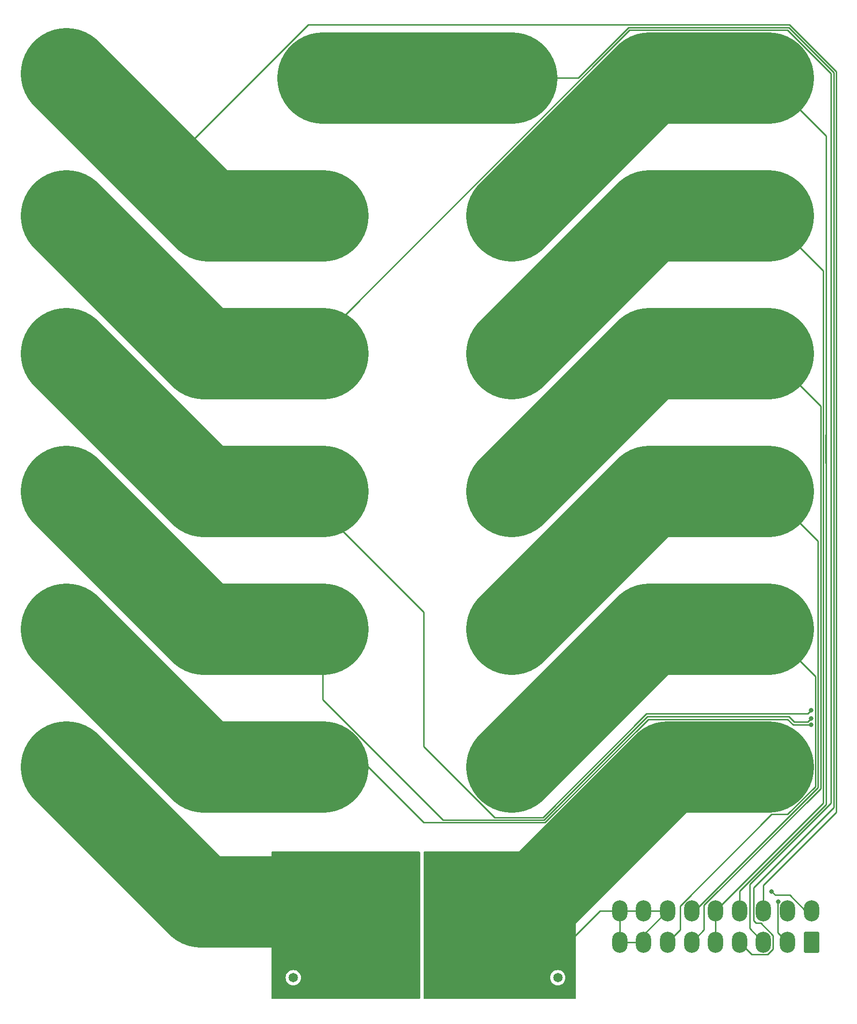
<source format=gtl>
G04 #@! TF.GenerationSoftware,KiCad,Pcbnew,(6.0.8-1)-1*
G04 #@! TF.CreationDate,2023-03-04T15:57:30-08:00*
G04 #@! TF.ProjectId,URBAN_CELL_BOARD,55524241-4e5f-4434-954c-4c5f424f4152,rev?*
G04 #@! TF.SameCoordinates,Original*
G04 #@! TF.FileFunction,Copper,L1,Top*
G04 #@! TF.FilePolarity,Positive*
%FSLAX46Y46*%
G04 Gerber Fmt 4.6, Leading zero omitted, Abs format (unit mm)*
G04 Created by KiCad (PCBNEW (6.0.8-1)-1) date 2023-03-04 15:57:30*
%MOMM*%
%LPD*%
G01*
G04 APERTURE LIST*
G04 Aperture macros list*
%AMRoundRect*
0 Rectangle with rounded corners*
0 $1 Rounding radius*
0 $2 $3 $4 $5 $6 $7 $8 $9 X,Y pos of 4 corners*
0 Add a 4 corners polygon primitive as box body*
4,1,4,$2,$3,$4,$5,$6,$7,$8,$9,$2,$3,0*
0 Add four circle primitives for the rounded corners*
1,1,$1+$1,$2,$3*
1,1,$1+$1,$4,$5*
1,1,$1+$1,$6,$7*
1,1,$1+$1,$8,$9*
0 Add four rect primitives between the rounded corners*
20,1,$1+$1,$2,$3,$4,$5,0*
20,1,$1+$1,$4,$5,$6,$7,0*
20,1,$1+$1,$6,$7,$8,$9,0*
20,1,$1+$1,$8,$9,$2,$3,0*%
G04 Aperture macros list end*
G04 #@! TA.AperFunction,ComponentPad*
%ADD10C,9.000000*%
G04 #@! TD*
G04 #@! TA.AperFunction,ComponentPad*
%ADD11R,6.000000X6.000000*%
G04 #@! TD*
G04 #@! TA.AperFunction,ComponentPad*
%ADD12C,6.000000*%
G04 #@! TD*
G04 #@! TA.AperFunction,ComponentPad*
%ADD13RoundRect,0.250001X1.099999X1.599999X-1.099999X1.599999X-1.099999X-1.599999X1.099999X-1.599999X0*%
G04 #@! TD*
G04 #@! TA.AperFunction,ComponentPad*
%ADD14O,2.700000X3.700000*%
G04 #@! TD*
G04 #@! TA.AperFunction,ComponentPad*
%ADD15C,1.650000*%
G04 #@! TD*
G04 #@! TA.AperFunction,ViaPad*
%ADD16C,0.800000*%
G04 #@! TD*
G04 #@! TA.AperFunction,Conductor*
%ADD17C,0.250000*%
G04 #@! TD*
G04 #@! TA.AperFunction,Conductor*
%ADD18C,16.000000*%
G04 #@! TD*
G04 #@! TA.AperFunction,Conductor*
%ADD19C,3.000000*%
G04 #@! TD*
G04 APERTURE END LIST*
D10*
X148629000Y-119750000D03*
X103689000Y-119750000D03*
X226129000Y-119750000D03*
X181189000Y-119750000D03*
X148629000Y-143884000D03*
X103689000Y-143884000D03*
X226129000Y-168018000D03*
X181189000Y-168018000D03*
D11*
X161290000Y-274217500D03*
X161290000Y-264057500D03*
D12*
X171450000Y-274217500D03*
X171450000Y-264057500D03*
D13*
X234315000Y-271145000D03*
D14*
X230115000Y-271145000D03*
X225915000Y-271145000D03*
X221715000Y-271145000D03*
X217515000Y-271145000D03*
X213315000Y-271145000D03*
X209115000Y-271145000D03*
X204915000Y-271145000D03*
X200715000Y-271145000D03*
X234315000Y-265645000D03*
X230115000Y-265645000D03*
X225915000Y-265645000D03*
X221715000Y-265645000D03*
X217515000Y-265645000D03*
X213315000Y-265645000D03*
X209115000Y-265645000D03*
X204915000Y-265645000D03*
X200715000Y-265645000D03*
D15*
X189865000Y-272270000D03*
X189865000Y-277350000D03*
D10*
X148629000Y-192153000D03*
X103689000Y-192153000D03*
X226129000Y-192153000D03*
X181189000Y-192153000D03*
X148629000Y-168018000D03*
X103689000Y-168018000D03*
X226129000Y-216287000D03*
X181189000Y-216287000D03*
X148629000Y-240421000D03*
X103689000Y-240421000D03*
D15*
X143510000Y-272270000D03*
X143510000Y-277350000D03*
D10*
X226129000Y-240421000D03*
X181189000Y-240421000D03*
X148629000Y-216287000D03*
X103689000Y-216287000D03*
X226129000Y-143884000D03*
X181189000Y-143884000D03*
D16*
X227330000Y-262255000D03*
X234295500Y-233045000D03*
X234295500Y-231935842D03*
X228480577Y-264082355D03*
X234295500Y-230505000D03*
D17*
X233260000Y-265645000D02*
X234315000Y-265645000D01*
X227965000Y-262890000D02*
X230505000Y-262890000D01*
X156601000Y-240421000D02*
X148629000Y-240421000D01*
X230505000Y-262890000D02*
X233260000Y-265645000D01*
X166370000Y-250190000D02*
X156601000Y-240421000D01*
X205710672Y-232096000D02*
X187616672Y-250190000D01*
X187616672Y-250190000D02*
X166370000Y-250190000D01*
X231092328Y-233045000D02*
X230143328Y-232096000D01*
X230143328Y-232096000D02*
X205710672Y-232096000D01*
D18*
X127823000Y-240421000D02*
X103689000Y-216287000D01*
D17*
X227330000Y-262255000D02*
X227965000Y-262890000D01*
X234295500Y-233045000D02*
X231092328Y-233045000D01*
D18*
X148629000Y-240421000D02*
X127823000Y-240421000D01*
X127325500Y-264057500D02*
X157480000Y-264057500D01*
X103689000Y-240421000D02*
X127325500Y-264057500D01*
X148629000Y-216287000D02*
X127823000Y-216287000D01*
D17*
X233636342Y-232595000D02*
X231278724Y-232595000D01*
X228480577Y-264082355D02*
X228440000Y-264122932D01*
X228440000Y-269470000D02*
X230115000Y-271145000D01*
X187430276Y-249740000D02*
X169730000Y-249740000D01*
X231278724Y-232595000D02*
X230329724Y-231646000D01*
X205524276Y-231646000D02*
X187430276Y-249740000D01*
D18*
X127823000Y-216287000D02*
X103689000Y-192153000D01*
D17*
X148629000Y-228639000D02*
X148629000Y-216287000D01*
X230329724Y-231646000D02*
X205524276Y-231646000D01*
X234295500Y-231935842D02*
X233636342Y-232595000D01*
X169730000Y-249740000D02*
X148629000Y-228639000D01*
X228440000Y-264122932D02*
X228440000Y-269470000D01*
D18*
X148629000Y-143884000D02*
X128573000Y-143884000D01*
D17*
X238655000Y-248391396D02*
X238655000Y-118663880D01*
D18*
X119979500Y-135290500D02*
X103689000Y-119000000D01*
X128573000Y-143884000D02*
X119979500Y-135290500D01*
D17*
X230481120Y-110490000D02*
X146115672Y-110490000D01*
X225915000Y-265645000D02*
X225915000Y-261131396D01*
X146115672Y-110490000D02*
X121315172Y-135290500D01*
X121315172Y-135290500D02*
X119979500Y-135290500D01*
X225915000Y-261131396D02*
X238655000Y-248391396D01*
X238655000Y-118663880D02*
X230481120Y-110490000D01*
X202440672Y-111425000D02*
X148629000Y-165236672D01*
D18*
X148629000Y-168018000D02*
X127823000Y-168018000D01*
D17*
X223520000Y-260986396D02*
X237755000Y-246751396D01*
X225915000Y-271145000D02*
X223520000Y-268750000D01*
X230143328Y-111425000D02*
X202440672Y-111425000D01*
D18*
X127823000Y-168018000D02*
X103689000Y-143884000D01*
D17*
X148629000Y-165236672D02*
X148629000Y-168018000D01*
X237755000Y-246751396D02*
X237755000Y-119036672D01*
X237755000Y-119036672D02*
X230143328Y-111425000D01*
X223520000Y-268750000D02*
X223520000Y-260986396D01*
D18*
X127824000Y-192153000D02*
X103689000Y-168018000D01*
D17*
X233660500Y-231140000D02*
X205393880Y-231140000D01*
X148629000Y-195619000D02*
X148629000Y-192153000D01*
X205393880Y-231140000D02*
X187243880Y-249290000D01*
X166370000Y-213360000D02*
X148629000Y-195619000D01*
X187243880Y-249290000D02*
X178805000Y-249290000D01*
X234295500Y-230505000D02*
X233660500Y-231140000D01*
X166370000Y-236855000D02*
X166370000Y-213360000D01*
D18*
X148629000Y-192153000D02*
X127824000Y-192153000D01*
D17*
X178805000Y-249290000D02*
X166370000Y-236855000D01*
X221715000Y-271145000D02*
X223890000Y-273320000D01*
X223890000Y-273320000D02*
X226608808Y-273320000D01*
X202254276Y-110975000D02*
X193479276Y-119750000D01*
X225423808Y-267785000D02*
X224605000Y-267785000D01*
X193479276Y-119750000D02*
X181755000Y-119750000D01*
X224605000Y-267785000D02*
X224155698Y-267335698D01*
D18*
X148629000Y-119750000D02*
X181755000Y-119750000D01*
D17*
X238205000Y-118850276D02*
X230329724Y-110975000D01*
X227590000Y-272338808D02*
X227590000Y-269951192D01*
X227590000Y-269951192D02*
X225423808Y-267785000D01*
X230329724Y-110975000D02*
X202254276Y-110975000D01*
X224155000Y-261620000D02*
X238205000Y-247570000D01*
X224155698Y-267335698D02*
X224155698Y-261620698D01*
X226608808Y-273320000D02*
X227590000Y-272338808D01*
X224155698Y-261620698D02*
X224155000Y-261620000D01*
X238205000Y-247570000D02*
X238205000Y-118850276D01*
X204915000Y-271145000D02*
X204915000Y-269845000D01*
X200715000Y-271145000D02*
X204915000Y-271145000D01*
X200715000Y-265645000D02*
X197270000Y-265645000D01*
D18*
X175260000Y-266700000D02*
X182880000Y-266700000D01*
D17*
X200715000Y-265645000D02*
X200715000Y-271145000D01*
X204915000Y-269845000D02*
X209115000Y-265645000D01*
X200715000Y-265645000D02*
X209115000Y-265645000D01*
X197270000Y-265645000D02*
X188595000Y-274320000D01*
D18*
X209159000Y-240421000D02*
X226695000Y-240421000D01*
D19*
X173397500Y-272270000D02*
X171450000Y-274217500D01*
D18*
X182880000Y-266700000D02*
X209159000Y-240421000D01*
D19*
X189865000Y-272270000D02*
X173397500Y-272270000D01*
D18*
X205889000Y-216287000D02*
X181755000Y-240421000D01*
X226695000Y-216287000D02*
X205889000Y-216287000D01*
D17*
X211290000Y-264801192D02*
X227345192Y-248746000D01*
X235020000Y-243869328D02*
X235020000Y-224612000D01*
X235020000Y-224612000D02*
X226695000Y-216287000D01*
X211290000Y-268970000D02*
X211290000Y-264801192D01*
X230143328Y-248746000D02*
X235020000Y-243869328D01*
X209115000Y-271145000D02*
X211290000Y-268970000D01*
X227345192Y-248746000D02*
X230143328Y-248746000D01*
X236855000Y-182245000D02*
X236855000Y-150495000D01*
X236855000Y-150495000D02*
X236855000Y-149225000D01*
X236855000Y-149860000D02*
X236855000Y-149225000D01*
X236855000Y-149225000D02*
X236855000Y-129910000D01*
X236855000Y-129910000D02*
X226695000Y-119750000D01*
X236855000Y-187325000D02*
X236855000Y-149860000D01*
X236855000Y-247015000D02*
X236855000Y-187325000D01*
X221715000Y-262155000D02*
X236855000Y-247015000D01*
X236820000Y-182245000D02*
X236855000Y-182245000D01*
D18*
X226695000Y-119750000D02*
X205889000Y-119750000D01*
D17*
X236855000Y-187325000D02*
X236820000Y-187290000D01*
D18*
X205889000Y-119750000D02*
X181755000Y-143884000D01*
D17*
X236820000Y-187290000D02*
X236820000Y-182245000D01*
X221715000Y-265645000D02*
X221715000Y-262155000D01*
X236855000Y-150495000D02*
X236855000Y-149860000D01*
X236370000Y-246790000D02*
X236370000Y-153559000D01*
D18*
X226695000Y-143884000D02*
X205889000Y-143884000D01*
D17*
X217515000Y-265645000D02*
X236370000Y-246790000D01*
X236370000Y-153559000D02*
X226695000Y-143884000D01*
D18*
X205889000Y-143884000D02*
X181755000Y-168018000D01*
D17*
X217515000Y-271145000D02*
X217515000Y-265645000D01*
D18*
X205890000Y-168018000D02*
X181755000Y-192153000D01*
D17*
X215490000Y-268970000D02*
X215490000Y-264672120D01*
X235920000Y-177243000D02*
X226695000Y-168018000D01*
X213315000Y-271145000D02*
X215490000Y-268970000D01*
X235920000Y-244242120D02*
X235920000Y-177243000D01*
X215490000Y-264672120D02*
X235920000Y-244242120D01*
D18*
X226695000Y-168018000D02*
X205890000Y-168018000D01*
X205889000Y-192153000D02*
X181755000Y-216287000D01*
D17*
X213880724Y-265645000D02*
X235470000Y-244055724D01*
X235470000Y-200928000D02*
X226695000Y-192153000D01*
X235470000Y-244055724D02*
X235470000Y-200928000D01*
D18*
X226695000Y-192153000D02*
X205889000Y-192153000D01*
D17*
X213315000Y-265645000D02*
X213880724Y-265645000D01*
G04 #@! TA.AperFunction,Conductor*
G36*
X192982121Y-255290002D02*
G01*
X193028614Y-255343658D01*
X193040000Y-255396000D01*
X193040000Y-280949500D01*
X193019998Y-281017621D01*
X192966342Y-281064114D01*
X192914000Y-281075500D01*
X166496000Y-281075500D01*
X166427879Y-281055498D01*
X166381386Y-281001842D01*
X166370000Y-280949500D01*
X166370000Y-277350000D01*
X188526406Y-277350000D01*
X188546742Y-277582444D01*
X188607133Y-277807826D01*
X188609455Y-277812806D01*
X188609456Y-277812808D01*
X188703418Y-278014310D01*
X188703421Y-278014315D01*
X188705744Y-278019297D01*
X188839578Y-278210432D01*
X189004568Y-278375422D01*
X189009076Y-278378579D01*
X189009079Y-278378581D01*
X189191194Y-278506099D01*
X189195703Y-278509256D01*
X189200685Y-278511579D01*
X189200690Y-278511582D01*
X189402192Y-278605544D01*
X189407174Y-278607867D01*
X189412482Y-278609289D01*
X189412484Y-278609290D01*
X189627241Y-278666834D01*
X189627243Y-278666834D01*
X189632556Y-278668258D01*
X189865000Y-278688594D01*
X190097444Y-278668258D01*
X190102757Y-278666834D01*
X190102759Y-278666834D01*
X190317516Y-278609290D01*
X190317518Y-278609289D01*
X190322826Y-278607867D01*
X190327808Y-278605544D01*
X190529310Y-278511582D01*
X190529315Y-278511579D01*
X190534297Y-278509256D01*
X190538806Y-278506099D01*
X190720921Y-278378581D01*
X190720924Y-278378579D01*
X190725432Y-278375422D01*
X190890422Y-278210432D01*
X191024256Y-278019297D01*
X191026579Y-278014315D01*
X191026582Y-278014310D01*
X191120544Y-277812808D01*
X191120545Y-277812806D01*
X191122867Y-277807826D01*
X191183258Y-277582444D01*
X191203594Y-277350000D01*
X191183258Y-277117556D01*
X191122867Y-276892174D01*
X191120544Y-276887192D01*
X191026582Y-276685690D01*
X191026579Y-276685685D01*
X191024256Y-276680703D01*
X190890422Y-276489568D01*
X190725432Y-276324578D01*
X190720924Y-276321421D01*
X190720921Y-276321419D01*
X190538806Y-276193901D01*
X190538804Y-276193900D01*
X190534297Y-276190744D01*
X190529315Y-276188421D01*
X190529310Y-276188418D01*
X190327808Y-276094456D01*
X190327806Y-276094455D01*
X190322826Y-276092133D01*
X190317518Y-276090711D01*
X190317516Y-276090710D01*
X190102759Y-276033166D01*
X190102757Y-276033166D01*
X190097444Y-276031742D01*
X189865000Y-276011406D01*
X189632556Y-276031742D01*
X189627243Y-276033166D01*
X189627241Y-276033166D01*
X189412484Y-276090710D01*
X189412482Y-276090711D01*
X189407174Y-276092133D01*
X189402194Y-276094455D01*
X189402192Y-276094456D01*
X189200690Y-276188418D01*
X189200685Y-276188421D01*
X189195703Y-276190744D01*
X189191196Y-276193900D01*
X189191194Y-276193901D01*
X189009079Y-276321419D01*
X189009076Y-276321421D01*
X189004568Y-276324578D01*
X188839578Y-276489568D01*
X188705744Y-276680703D01*
X188703421Y-276685685D01*
X188703418Y-276685690D01*
X188609456Y-276887192D01*
X188607133Y-276892174D01*
X188546742Y-277117556D01*
X188526406Y-277350000D01*
X166370000Y-277350000D01*
X166370000Y-255396000D01*
X166390002Y-255327879D01*
X166443658Y-255281386D01*
X166496000Y-255270000D01*
X192914000Y-255270000D01*
X192982121Y-255290002D01*
G37*
G04 #@! TD.AperFunction*
G04 #@! TA.AperFunction,Conductor*
G36*
X165677121Y-255290002D02*
G01*
X165723614Y-255343658D01*
X165735000Y-255396000D01*
X165735000Y-280949500D01*
X165714998Y-281017621D01*
X165661342Y-281064114D01*
X165609000Y-281075500D01*
X139826000Y-281075500D01*
X139757879Y-281055498D01*
X139711386Y-281001842D01*
X139700000Y-280949500D01*
X139700000Y-277350000D01*
X142171406Y-277350000D01*
X142191742Y-277582444D01*
X142252133Y-277807826D01*
X142254455Y-277812806D01*
X142254456Y-277812808D01*
X142348418Y-278014310D01*
X142348421Y-278014315D01*
X142350744Y-278019297D01*
X142484578Y-278210432D01*
X142649568Y-278375422D01*
X142654076Y-278378579D01*
X142654079Y-278378581D01*
X142836194Y-278506099D01*
X142840703Y-278509256D01*
X142845685Y-278511579D01*
X142845690Y-278511582D01*
X143047192Y-278605544D01*
X143052174Y-278607867D01*
X143057482Y-278609289D01*
X143057484Y-278609290D01*
X143272241Y-278666834D01*
X143272243Y-278666834D01*
X143277556Y-278668258D01*
X143510000Y-278688594D01*
X143742444Y-278668258D01*
X143747757Y-278666834D01*
X143747759Y-278666834D01*
X143962516Y-278609290D01*
X143962518Y-278609289D01*
X143967826Y-278607867D01*
X143972808Y-278605544D01*
X144174310Y-278511582D01*
X144174315Y-278511579D01*
X144179297Y-278509256D01*
X144183806Y-278506099D01*
X144365921Y-278378581D01*
X144365924Y-278378579D01*
X144370432Y-278375422D01*
X144535422Y-278210432D01*
X144669256Y-278019297D01*
X144671579Y-278014315D01*
X144671582Y-278014310D01*
X144765544Y-277812808D01*
X144765545Y-277812806D01*
X144767867Y-277807826D01*
X144828258Y-277582444D01*
X144848594Y-277350000D01*
X144828258Y-277117556D01*
X144767867Y-276892174D01*
X144765544Y-276887192D01*
X144671582Y-276685690D01*
X144671579Y-276685685D01*
X144669256Y-276680703D01*
X144535422Y-276489568D01*
X144370432Y-276324578D01*
X144365924Y-276321421D01*
X144365921Y-276321419D01*
X144183806Y-276193901D01*
X144183804Y-276193900D01*
X144179297Y-276190744D01*
X144174315Y-276188421D01*
X144174310Y-276188418D01*
X143972808Y-276094456D01*
X143972806Y-276094455D01*
X143967826Y-276092133D01*
X143962518Y-276090711D01*
X143962516Y-276090710D01*
X143747759Y-276033166D01*
X143747757Y-276033166D01*
X143742444Y-276031742D01*
X143510000Y-276011406D01*
X143277556Y-276031742D01*
X143272243Y-276033166D01*
X143272241Y-276033166D01*
X143057484Y-276090710D01*
X143057482Y-276090711D01*
X143052174Y-276092133D01*
X143047194Y-276094455D01*
X143047192Y-276094456D01*
X142845690Y-276188418D01*
X142845685Y-276188421D01*
X142840703Y-276190744D01*
X142836196Y-276193900D01*
X142836194Y-276193901D01*
X142654079Y-276321419D01*
X142654076Y-276321421D01*
X142649568Y-276324578D01*
X142484578Y-276489568D01*
X142350744Y-276680703D01*
X142348421Y-276685685D01*
X142348418Y-276685690D01*
X142254456Y-276887192D01*
X142252133Y-276892174D01*
X142191742Y-277117556D01*
X142171406Y-277350000D01*
X139700000Y-277350000D01*
X139700000Y-255396000D01*
X139720002Y-255327879D01*
X139773658Y-255281386D01*
X139826000Y-255270000D01*
X165609000Y-255270000D01*
X165677121Y-255290002D01*
G37*
G04 #@! TD.AperFunction*
M02*

</source>
